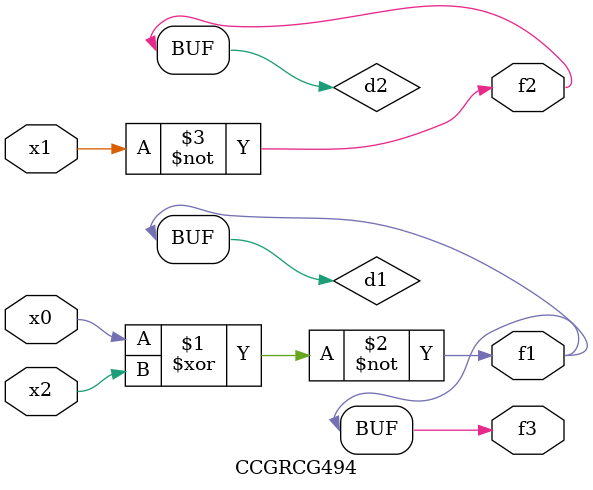
<source format=v>
module CCGRCG494(
	input x0, x1, x2,
	output f1, f2, f3
);

	wire d1, d2, d3;

	xnor (d1, x0, x2);
	nand (d2, x1);
	nor (d3, x1, x2);
	assign f1 = d1;
	assign f2 = d2;
	assign f3 = d1;
endmodule

</source>
